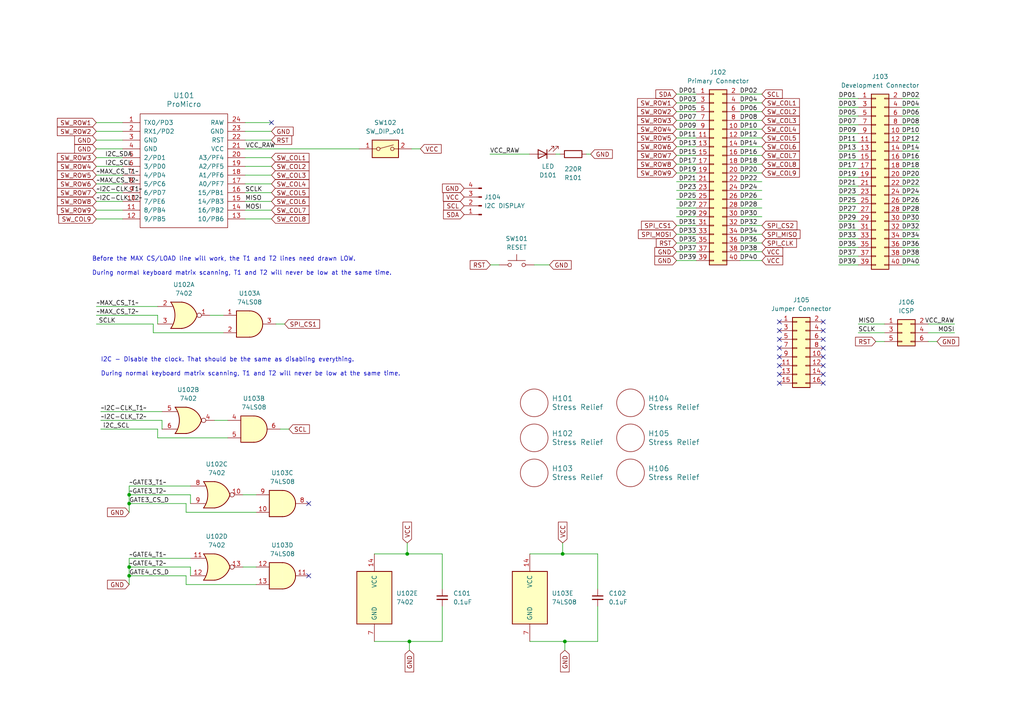
<source format=kicad_sch>
(kicad_sch (version 20230121) (generator eeschema)
  (paper "A4")
  (lib_symbols
    (symbol "74xx:7402" (pin_names (offset 1.016))
      (property "Reference" "U" (at 0 1.27 0))
      (property "Value" "7402" (at 0 -1.27 0))
      (symbol "7402_1_1"
        (pin output inverted (at 7.62 0 180) (length 3.81) (name "~") (number "1"))
        (pin input line (at -7.62 2.54 0) (length 4.318) (name "~") (number "2"))
        (pin input line (at -7.62 -2.54 0) (length 4.318) (name "~") (number "3"))
      )
      (symbol "7402_1_2"
        (pin output line (at 7.62 0 180) (length 3.81) (name "~") (number "1"))
        (pin input inverted (at -7.62 2.54 0) (length 3.81) (name "~") (number "2"))
        (pin input inverted (at -7.62 -2.54 0) (length 3.81) (name "~") (number "3"))
      )
      (symbol "7402_2_1"
        (pin output inverted (at 7.62 0 180) (length 3.81) (name "~") (number "4"))
        (pin input line (at -7.62 2.54 0) (length 4.318) (name "~") (number "5"))
        (pin input line (at -7.62 -2.54 0) (length 4.318) (name "~") (number "6"))
      )
      (symbol "7402_2_2"
        (pin output line (at 7.62 0 180) (length 3.81) (name "~") (number "4"))
        (pin input inverted (at -7.62 2.54 0) (length 3.81) (name "~") (number "5"))
        (pin input inverted (at -7.62 -2.54 0) (length 3.81) (name "~") (number "6"))
      )
      (symbol "7402_3_1"
        (pin output inverted (at 7.62 0 180) (length 3.81) (name "~") (number "10"))
        (pin input line (at -7.62 2.54 0) (length 4.318) (name "~") (number "8"))
        (pin input line (at -7.62 -2.54 0) (length 4.318) (name "~") (number "9"))
      )
      (symbol "7402_3_2"
        (pin output line (at 7.62 0 180) (length 3.81) (name "~") (number "10"))
        (pin input inverted (at -7.62 2.54 0) (length 3.81) (name "~") (number "8"))
        (pin input inverted (at -7.62 -2.54 0) (length 3.81) (name "~") (number "9"))
      )
      (symbol "7402_4_1"
        (pin input line (at -7.62 2.54 0) (length 4.318) (name "~") (number "11"))
        (pin input line (at -7.62 -2.54 0) (length 4.318) (name "~") (number "12"))
        (pin output inverted (at 7.62 0 180) (length 3.81) (name "~") (number "13"))
      )
      (symbol "7402_4_2"
        (pin input inverted (at -7.62 2.54 0) (length 3.81) (name "~") (number "11"))
        (pin input inverted (at -7.62 -2.54 0) (length 3.81) (name "~") (number "12"))
        (pin output line (at 7.62 0 180) (length 3.81) (name "~") (number "13"))
      )
      (symbol "7402_5_0"
        (pin power_in line (at 0 12.7 270) (length 5.08) (name "VCC") (number "14"))
        (pin power_in line (at 0 -12.7 90) (length 5.08) (name "GND") (number "7"))
      )
    )
    (symbol "74xx:74LS08" (pin_names (offset 1.016))
      (property "Reference" "U" (at 0 1.27 0))
      (property "Value" "74LS08" (at 0 -1.27 0))
      (symbol "74LS08_1_1"
        (pin input line (at -7.62 2.54 0) (length 3.81) (name "~") (number "1"))
        (pin input line (at -7.62 -2.54 0) (length 3.81) (name "~") (number "2"))
        (pin output line (at 7.62 0 180) (length 3.81) (name "~") (number "3"))
      )
      (symbol "74LS08_1_2"
        (pin input inverted (at -7.62 2.54 0) (length 4.318) (name "~") (number "1"))
        (pin input inverted (at -7.62 -2.54 0) (length 4.318) (name "~") (number "2"))
        (pin output inverted (at 7.62 0 180) (length 3.81) (name "~") (number "3"))
      )
      (symbol "74LS08_2_1"
        (pin input line (at -7.62 2.54 0) (length 3.81) (name "~") (number "4"))
        (pin input line (at -7.62 -2.54 0) (length 3.81) (name "~") (number "5"))
        (pin output line (at 7.62 0 180) (length 3.81) (name "~") (number "6"))
      )
      (symbol "74LS08_2_2"
        (pin input inverted (at -7.62 2.54 0) (length 4.318) (name "~") (number "4"))
        (pin input inverted (at -7.62 -2.54 0) (length 4.318) (name "~") (number "5"))
        (pin output inverted (at 7.62 0 180) (length 3.81) (name "~") (number "6"))
      )
      (symbol "74LS08_3_1"
        (pin input line (at -7.62 -2.54 0) (length 3.81) (name "~") (number "10"))
        (pin output line (at 7.62 0 180) (length 3.81) (name "~") (number "8"))
        (pin input line (at -7.62 2.54 0) (length 3.81) (name "~") (number "9"))
      )
      (symbol "74LS08_3_2"
        (pin input inverted (at -7.62 -2.54 0) (length 4.318) (name "~") (number "10"))
        (pin output inverted (at 7.62 0 180) (length 3.81) (name "~") (number "8"))
        (pin input inverted (at -7.62 2.54 0) (length 4.318) (name "~") (number "9"))
      )
      (symbol "74LS08_4_1"
        (pin output line (at 7.62 0 180) (length 3.81) (name "~") (number "11"))
        (pin input line (at -7.62 2.54 0) (length 3.81) (name "~") (number "12"))
        (pin input line (at -7.62 -2.54 0) (length 3.81) (name "~") (number "13"))
      )
      (symbol "74LS08_4_2"
        (pin output inverted (at 7.62 0 180) (length 3.81) (name "~") (number "11"))
        (pin input inverted (at -7.62 2.54 0) (length 4.318) (name "~") (number "12"))
        (pin input inverted (at -7.62 -2.54 0) (length 4.318) (name "~") (number "13"))
      )
      (symbol "74LS08_5_0"
        (pin power_in line (at 0 12.7 270) (length 5.08) (name "VCC") (number "14"))
        (pin power_in line (at 0 -12.7 90) (length 5.08) (name "GND") (number "7"))
      )
    )
    (symbol "Connector:Conn_01x04_Male" (pin_names (offset 1.016) hide)
      (property "Reference" "J" (at 0 5.08 0))
      (property "Value" "Conn_01x04_Male" (at 0 -7.62 0))
      (symbol "Conn_01x04_Male_1_1"
        (pin passive line (at 5.08 2.54 180) (length 3.81) (name "Pin_1") (number "1"))
        (pin passive line (at 5.08 0 180) (length 3.81) (name "Pin_2") (number "2"))
        (pin passive line (at 5.08 -2.54 180) (length 3.81) (name "Pin_3") (number "3"))
        (pin passive line (at 5.08 -5.08 180) (length 3.81) (name "Pin_4") (number "4"))
      )
    )
    (symbol "Connector_Generic:Conn_02x03_Odd_Even" (pin_names (offset 1.016) hide)
      (property "Reference" "J" (at 1.27 5.08 0))
      (property "Value" "Conn_02x03_Odd_Even" (at 1.27 -5.08 0))
      (symbol "Conn_02x03_Odd_Even_1_1"
        (pin passive line (at -5.08 2.54 0) (length 3.81) (name "Pin_1") (number "1"))
        (pin passive line (at 7.62 2.54 180) (length 3.81) (name "Pin_2") (number "2"))
        (pin passive line (at -5.08 0 0) (length 3.81) (name "Pin_3") (number "3"))
        (pin passive line (at 7.62 0 180) (length 3.81) (name "Pin_4") (number "4"))
        (pin passive line (at -5.08 -2.54 0) (length 3.81) (name "Pin_5") (number "5"))
        (pin passive line (at 7.62 -2.54 180) (length 3.81) (name "Pin_6") (number "6"))
      )
    )
    (symbol "Connector_Generic:Conn_02x08_Odd_Even" (pin_names (offset 1.016) hide)
      (property "Reference" "J" (at 1.27 10.16 0))
      (property "Value" "Conn_02x08_Odd_Even" (at 1.27 -12.7 0))
      (symbol "Conn_02x08_Odd_Even_1_1"
        (pin passive line (at -5.08 7.62 0) (length 3.81) (name "Pin_1") (number "1"))
        (pin passive line (at 7.62 -2.54 180) (length 3.81) (name "Pin_10") (number "10"))
        (pin passive line (at -5.08 -5.08 0) (length 3.81) (name "Pin_11") (number "11"))
        (pin passive line (at 7.62 -5.08 180) (length 3.81) (name "Pin_12") (number "12"))
        (pin passive line (at -5.08 -7.62 0) (length 3.81) (name "Pin_13") (number "13"))
        (pin passive line (at 7.62 -7.62 180) (length 3.81) (name "Pin_14") (number "14"))
        (pin passive line (at -5.08 -10.16 0) (length 3.81) (name "Pin_15") (number "15"))
        (pin passive line (at 7.62 -10.16 180) (length 3.81) (name "Pin_16") (number "16"))
        (pin passive line (at 7.62 7.62 180) (length 3.81) (name "Pin_2") (number "2"))
        (pin passive line (at -5.08 5.08 0) (length 3.81) (name "Pin_3") (number "3"))
        (pin passive line (at 7.62 5.08 180) (length 3.81) (name "Pin_4") (number "4"))
        (pin passive line (at -5.08 2.54 0) (length 3.81) (name "Pin_5") (number "5"))
        (pin passive line (at 7.62 2.54 180) (length 3.81) (name "Pin_6") (number "6"))
        (pin passive line (at -5.08 0 0) (length 3.81) (name "Pin_7") (number "7"))
        (pin passive line (at 7.62 0 180) (length 3.81) (name "Pin_8") (number "8"))
        (pin passive line (at -5.08 -2.54 0) (length 3.81) (name "Pin_9") (number "9"))
      )
    )
    (symbol "Connector_Generic:Conn_02x20_Odd_Even" (pin_names (offset 1.016) hide)
      (property "Reference" "J" (at 1.27 25.4 0))
      (property "Value" "Conn_02x20_Odd_Even" (at 1.27 -27.94 0))
      (symbol "Conn_02x20_Odd_Even_1_1"
        (pin passive line (at -5.08 22.86 0) (length 3.81) (name "Pin_1") (number "1"))
        (pin passive line (at 7.62 12.7 180) (length 3.81) (name "Pin_10") (number "10"))
        (pin passive line (at -5.08 10.16 0) (length 3.81) (name "Pin_11") (number "11"))
        (pin passive line (at 7.62 10.16 180) (length 3.81) (name "Pin_12") (number "12"))
        (pin passive line (at -5.08 7.62 0) (length 3.81) (name "Pin_13") (number "13"))
        (pin passive line (at 7.62 7.62 180) (length 3.81) (name "Pin_14") (number "14"))
        (pin passive line (at -5.08 5.08 0) (length 3.81) (name "Pin_15") (number "15"))
        (pin passive line (at 7.62 5.08 180) (length 3.81) (name "Pin_16") (number "16"))
        (pin passive line (at -5.08 2.54 0) (length 3.81) (name "Pin_17") (number "17"))
        (pin passive line (at 7.62 2.54 180) (length 3.81) (name "Pin_18") (number "18"))
        (pin passive line (at -5.08 0 0) (length 3.81) (name "Pin_19") (number "19"))
        (pin passive line (at 7.62 22.86 180) (length 3.81) (name "Pin_2") (number "2"))
        (pin passive line (at 7.62 0 180) (length 3.81) (name "Pin_20") (number "20"))
        (pin passive line (at -5.08 -2.54 0) (length 3.81) (name "Pin_21") (number "21"))
        (pin passive line (at 7.62 -2.54 180) (length 3.81) (name "Pin_22") (number "22"))
        (pin passive line (at -5.08 -5.08 0) (length 3.81) (name "Pin_23") (number "23"))
        (pin passive line (at 7.62 -5.08 180) (length 3.81) (name "Pin_24") (number "24"))
        (pin passive line (at -5.08 -7.62 0) (length 3.81) (name "Pin_25") (number "25"))
        (pin passive line (at 7.62 -7.62 180) (length 3.81) (name "Pin_26") (number "26"))
        (pin passive line (at -5.08 -10.16 0) (length 3.81) (name "Pin_27") (number "27"))
        (pin passive line (at 7.62 -10.16 180) (length 3.81) (name "Pin_28") (number "28"))
        (pin passive line (at -5.08 -12.7 0) (length 3.81) (name "Pin_29") (number "29"))
        (pin passive line (at -5.08 20.32 0) (length 3.81) (name "Pin_3") (number "3"))
        (pin passive line (at 7.62 -12.7 180) (length 3.81) (name "Pin_30") (number "30"))
        (pin passive line (at -5.08 -15.24 0) (length 3.81) (name "Pin_31") (number "31"))
        (pin passive line (at 7.62 -15.24 180) (length 3.81) (name "Pin_32") (number "32"))
        (pin passive line (at -5.08 -17.78 0) (length 3.81) (name "Pin_33") (number "33"))
        (pin passive line (at 7.62 -17.78 180) (length 3.81) (name "Pin_34") (number "34"))
        (pin passive line (at -5.08 -20.32 0) (length 3.81) (name "Pin_35") (number "35"))
        (pin passive line (at 7.62 -20.32 180) (length 3.81) (name "Pin_36") (number "36"))
        (pin passive line (at -5.08 -22.86 0) (length 3.81) (name "Pin_37") (number "37"))
        (pin passive line (at 7.62 -22.86 180) (length 3.81) (name "Pin_38") (number "38"))
        (pin passive line (at -5.08 -25.4 0) (length 3.81) (name "Pin_39") (number "39"))
        (pin passive line (at 7.62 20.32 180) (length 3.81) (name "Pin_4") (number "4"))
        (pin passive line (at 7.62 -25.4 180) (length 3.81) (name "Pin_40") (number "40"))
        (pin passive line (at -5.08 17.78 0) (length 3.81) (name "Pin_5") (number "5"))
        (pin passive line (at 7.62 17.78 180) (length 3.81) (name "Pin_6") (number "6"))
        (pin passive line (at -5.08 15.24 0) (length 3.81) (name "Pin_7") (number "7"))
        (pin passive line (at 7.62 15.24 180) (length 3.81) (name "Pin_8") (number "8"))
        (pin passive line (at -5.08 12.7 0) (length 3.81) (name "Pin_9") (number "9"))
      )
    )
    (symbol "Device:C_Small" (pin_numbers hide) (pin_names (offset 0.254) hide)
      (property "Reference" "C" (at 0.254 1.778 0))
      (property "Value" "C_Small" (at 0.254 -2.032 0))
      (symbol "C_Small_1_1"
        (pin passive line (at 0 2.54 270) (length 2.032) (name "~") (number "1"))
        (pin passive line (at 0 -2.54 90) (length 2.032) (name "~") (number "2"))
      )
    )
    (symbol "Device:LED" (pin_numbers hide) (pin_names (offset 1.016) hide)
      (property "Reference" "D" (at 0 2.54 0))
      (property "Value" "LED" (at 0 -2.54 0))
      (symbol "LED_1_1"
        (pin passive line (at -3.81 0 0) (length 2.54) (name "K") (number "1"))
        (pin passive line (at 3.81 0 180) (length 2.54) (name "A") (number "2"))
      )
    )
    (symbol "Device:R" (pin_numbers hide) (pin_names (offset 0))
      (property "Reference" "R" (at 2.032 0 90))
      (property "Value" "R" (at 0 0 90))
      (symbol "R_1_1"
        (pin passive line (at 0 3.81 270) (length 1.27) (name "~") (number "1"))
        (pin passive line (at 0 -3.81 90) (length 1.27) (name "~") (number "2"))
      )
    )
    (symbol "Switch:SW_DIP_x01" (pin_names (offset 0) hide)
      (property "Reference" "SW" (at 0 3.81 0))
      (property "Value" "SW_DIP_x01" (at 0 -3.81 0))
      (symbol "SW_DIP_x01_1_1"
        (pin passive line (at -7.62 0 0) (length 5.08) (name "~") (number "1"))
        (pin passive line (at 7.62 0 180) (length 5.08) (name "~") (number "2"))
      )
    )
    (symbol "Switch:SW_Push" (pin_numbers hide) (pin_names (offset 1.016) hide)
      (property "Reference" "SW" (at 1.27 2.54 0))
      (property "Value" "SW_Push" (at 0 -1.524 0))
      (symbol "SW_Push_0_1"
        (pin passive line (at -5.08 0 0) (length 2.54) (name "1") (number "1"))
        (pin passive line (at 5.08 0 180) (length 2.54) (name "2") (number "2"))
      )
    )
    (symbol "keebio:Hole" (pin_names (offset 1.016))
      (property "Reference" "H" (at 0 -1.27 0))
      (property "Value" "Hole" (at 0 1.27 0))
    )
    (symbol "keebio:ProMicro" (pin_names (offset 1.016))
      (property "Reference" "U" (at 0 0 0))
      (property "Value" "ProMicro" (at 0 -19.05 0))
      (symbol "ProMicro_1_1"
        (pin input line (at -17.78 13.97 0) (length 5.08) (name "TX0/PD3") (number "1"))
        (pin input line (at -17.78 -8.89 0) (length 5.08) (name "7/PE6") (number "10"))
        (pin input line (at -17.78 -11.43 0) (length 5.08) (name "8/PB4") (number "11"))
        (pin input line (at -17.78 -13.97 0) (length 5.08) (name "9/PB5") (number "12"))
        (pin input line (at 17.78 -13.97 180) (length 5.08) (name "10/PB6") (number "13"))
        (pin input line (at 17.78 -11.43 180) (length 5.08) (name "16/PB2") (number "14"))
        (pin input line (at 17.78 -8.89 180) (length 5.08) (name "14/PB3") (number "15"))
        (pin input line (at 17.78 -6.35 180) (length 5.08) (name "15/PB1") (number "16"))
        (pin input line (at 17.78 -3.81 180) (length 5.08) (name "A0/PF7") (number "17"))
        (pin input line (at 17.78 -1.27 180) (length 5.08) (name "A1/PF6") (number "18"))
        (pin input line (at 17.78 1.27 180) (length 5.08) (name "A2/PF5") (number "19"))
        (pin input line (at -17.78 11.43 0) (length 5.08) (name "RX1/PD2") (number "2"))
        (pin input line (at 17.78 3.81 180) (length 5.08) (name "A3/PF4") (number "20"))
        (pin input line (at 17.78 6.35 180) (length 5.08) (name "VCC") (number "21"))
        (pin input line (at 17.78 8.89 180) (length 5.08) (name "RST") (number "22"))
        (pin input line (at 17.78 11.43 180) (length 5.08) (name "GND") (number "23"))
        (pin input line (at 17.78 13.97 180) (length 5.08) (name "RAW") (number "24"))
        (pin input line (at -17.78 8.89 0) (length 5.08) (name "GND") (number "3"))
        (pin input line (at -17.78 6.35 0) (length 5.08) (name "GND") (number "4"))
        (pin input line (at -17.78 3.81 0) (length 5.08) (name "2/PD1") (number "5"))
        (pin input line (at -17.78 1.27 0) (length 5.08) (name "3/PD0") (number "6"))
        (pin input line (at -17.78 -1.27 0) (length 5.08) (name "4/PD4") (number "7"))
        (pin input line (at -17.78 -3.81 0) (length 5.08) (name "5/PC6") (number "8"))
        (pin input line (at -17.78 -6.35 0) (length 5.08) (name "6/PD7") (number "9"))
      )
    )
  )
  (junction (at 37.465 164.465))
  (junction (at 163.195 160.655))
  (junction (at 118.11 160.655))
  (junction (at 37.465 143.51))
  (junction (at 163.83 186.055))
  (junction (at 118.745 186.055))
  (junction (at 37.465 146.05))
  (junction (at 37.465 167.005))
  (no_connect (at 226.06 93.345))
  (no_connect (at 238.76 108.585))
  (no_connect (at 226.06 106.045))
  (no_connect (at 238.76 103.505))
  (no_connect (at 226.06 95.885))
  (no_connect (at 89.535 146.05))
  (no_connect (at 226.06 103.505))
  (no_connect (at 238.76 100.965))
  (no_connect (at 226.06 108.585))
  (no_connect (at 89.535 167.005))
  (no_connect (at 238.76 93.345))
  (no_connect (at 238.76 98.425))
  (no_connect (at 226.06 100.965))
  (no_connect (at 238.76 106.045))
  (no_connect (at 238.76 111.125))
  (no_connect (at 238.76 95.885))
  (no_connect (at 226.06 98.425))
  (no_connect (at 78.74 35.56))
  (no_connect (at 226.06 111.125))
  (wire (pts (xy 37.465 146.05) (xy 53.975 146.05)))
  (wire (pts (xy 261.62 43.815) (xy 266.7 43.815)))
  (wire (pts (xy 142.113 44.704) (xy 153.543 44.704)))
  (wire (pts (xy 214.63 34.925) (xy 220.98 34.925)))
  (wire (pts (xy 37.465 164.465) (xy 55.245 164.465)))
  (wire (pts (xy 261.62 38.735) (xy 266.7 38.735)))
  (wire (pts (xy 196.215 45.085) (xy 201.93 45.085)))
  (wire (pts (xy 261.62 71.755) (xy 266.7 71.755)))
  (wire (pts (xy 261.62 69.215) (xy 266.7 69.215)))
  (wire (pts (xy 196.215 50.165) (xy 201.93 50.165)))
  (wire (pts (xy 27.94 55.88) (xy 35.56 55.88)))
  (wire (pts (xy 261.62 41.275) (xy 266.7 41.275)))
  (wire (pts (xy 53.975 169.545) (xy 74.295 169.545)))
  (wire (pts (xy 214.63 55.245) (xy 220.98 55.245)))
  (wire (pts (xy 196.215 34.925) (xy 201.93 34.925)))
  (wire (pts (xy 243.205 74.295) (xy 248.92 74.295)))
  (wire (pts (xy 71.12 45.72) (xy 78.74 45.72)))
  (wire (pts (xy 60.96 91.44) (xy 64.77 91.44)))
  (wire (pts (xy 196.215 42.545) (xy 201.93 42.545)))
  (wire (pts (xy 29.21 124.46) (xy 45.72 124.46)))
  (wire (pts (xy 37.465 143.51) (xy 55.245 143.51)))
  (wire (pts (xy 214.63 73.025) (xy 220.98 73.025)))
  (wire (pts (xy 243.205 46.355) (xy 248.92 46.355)))
  (wire (pts (xy 128.27 186.055) (xy 118.745 186.055)))
  (wire (pts (xy 62.23 121.92) (xy 66.04 121.92)))
  (wire (pts (xy 71.12 58.42) (xy 78.74 58.42)))
  (wire (pts (xy 71.12 53.34) (xy 78.74 53.34)))
  (wire (pts (xy 214.63 45.085) (xy 220.98 45.085)))
  (wire (pts (xy 27.94 91.44) (xy 45.72 91.44)))
  (wire (pts (xy 80.01 93.98) (xy 82.55 93.98)))
  (wire (pts (xy 71.12 63.5) (xy 78.74 63.5)))
  (wire (pts (xy 46.99 121.92) (xy 46.99 124.46)))
  (wire (pts (xy 27.94 50.8) (xy 35.56 50.8)))
  (wire (pts (xy 196.215 75.565) (xy 201.93 75.565)))
  (wire (pts (xy 70.485 143.51) (xy 74.295 143.51)))
  (wire (pts (xy 243.205 28.575) (xy 248.92 28.575)))
  (wire (pts (xy 71.12 43.18) (xy 104.14 43.18)))
  (wire (pts (xy 37.465 161.925) (xy 55.245 161.925)))
  (wire (pts (xy 27.94 58.42) (xy 35.56 58.42)))
  (wire (pts (xy 118.745 186.055) (xy 108.585 186.055)))
  (wire (pts (xy 243.205 36.195) (xy 248.92 36.195)))
  (wire (pts (xy 214.63 47.625) (xy 220.98 47.625)))
  (wire (pts (xy 261.62 31.115) (xy 266.7 31.115)))
  (wire (pts (xy 53.975 146.05) (xy 53.975 148.59)))
  (wire (pts (xy 243.205 41.275) (xy 248.92 41.275)))
  (wire (pts (xy 269.24 93.98) (xy 276.86 93.98)))
  (wire (pts (xy 214.63 52.705) (xy 220.98 52.705)))
  (wire (pts (xy 163.195 157.48) (xy 163.195 160.655)))
  (wire (pts (xy 161.163 44.704) (xy 162.433 44.704)))
  (wire (pts (xy 261.62 64.135) (xy 266.7 64.135)))
  (wire (pts (xy 214.63 40.005) (xy 220.98 40.005)))
  (wire (pts (xy 27.94 93.98) (xy 44.45 93.98)))
  (wire (pts (xy 214.63 62.865) (xy 220.98 62.865)))
  (wire (pts (xy 173.355 160.655) (xy 173.355 170.815)))
  (wire (pts (xy 163.83 186.055) (xy 163.83 188.595)))
  (wire (pts (xy 243.205 56.515) (xy 248.92 56.515)))
  (wire (pts (xy 261.62 36.195) (xy 266.7 36.195)))
  (wire (pts (xy 214.63 50.165) (xy 220.98 50.165)))
  (wire (pts (xy 27.94 35.56) (xy 35.56 35.56)))
  (wire (pts (xy 196.215 40.005) (xy 201.93 40.005)))
  (wire (pts (xy 173.355 186.055) (xy 163.83 186.055)))
  (wire (pts (xy 243.205 48.895) (xy 248.92 48.895)))
  (wire (pts (xy 196.215 32.385) (xy 201.93 32.385)))
  (wire (pts (xy 196.215 27.305) (xy 201.93 27.305)))
  (wire (pts (xy 27.94 45.72) (xy 35.56 45.72)))
  (wire (pts (xy 214.63 42.545) (xy 220.98 42.545)))
  (wire (pts (xy 71.12 35.56) (xy 78.74 35.56)))
  (wire (pts (xy 214.63 57.785) (xy 220.98 57.785)))
  (wire (pts (xy 173.355 175.895) (xy 173.355 186.055)))
  (wire (pts (xy 214.63 65.405) (xy 220.98 65.405)))
  (wire (pts (xy 37.465 164.465) (xy 37.465 167.005)))
  (wire (pts (xy 70.485 164.465) (xy 74.295 164.465)))
  (wire (pts (xy 27.94 40.64) (xy 35.56 40.64)))
  (wire (pts (xy 37.465 146.05) (xy 37.465 148.59)))
  (wire (pts (xy 248.92 93.98) (xy 256.54 93.98)))
  (wire (pts (xy 71.12 48.26) (xy 78.74 48.26)))
  (wire (pts (xy 196.215 60.325) (xy 201.93 60.325)))
  (wire (pts (xy 243.205 64.135) (xy 248.92 64.135)))
  (wire (pts (xy 214.63 27.305) (xy 220.98 27.305)))
  (wire (pts (xy 128.27 160.655) (xy 128.27 170.815)))
  (wire (pts (xy 261.62 28.575) (xy 266.7 28.575)))
  (wire (pts (xy 243.205 76.835) (xy 248.92 76.835)))
  (wire (pts (xy 153.67 160.655) (xy 163.195 160.655)))
  (wire (pts (xy 71.12 40.64) (xy 78.74 40.64)))
  (wire (pts (xy 243.205 69.215) (xy 248.92 69.215)))
  (wire (pts (xy 45.72 124.46) (xy 45.72 127)))
  (wire (pts (xy 37.465 140.97) (xy 55.245 140.97)))
  (wire (pts (xy 243.205 61.595) (xy 248.92 61.595)))
  (wire (pts (xy 196.215 62.865) (xy 201.93 62.865)))
  (wire (pts (xy 214.63 37.465) (xy 220.98 37.465)))
  (wire (pts (xy 37.465 140.97) (xy 37.465 143.51)))
  (wire (pts (xy 71.12 55.88) (xy 78.74 55.88)))
  (wire (pts (xy 27.94 53.34) (xy 35.56 53.34)))
  (wire (pts (xy 261.62 76.835) (xy 266.7 76.835)))
  (wire (pts (xy 45.72 127) (xy 66.04 127)))
  (wire (pts (xy 261.62 56.515) (xy 266.7 56.515)))
  (wire (pts (xy 142.24 76.835) (xy 144.78 76.835)))
  (wire (pts (xy 243.205 66.675) (xy 248.92 66.675)))
  (wire (pts (xy 27.94 43.18) (xy 35.56 43.18)))
  (wire (pts (xy 27.94 60.96) (xy 35.56 60.96)))
  (wire (pts (xy 53.975 148.59) (xy 74.295 148.59)))
  (wire (pts (xy 55.245 143.51) (xy 55.245 146.05)))
  (wire (pts (xy 196.215 57.785) (xy 201.93 57.785)))
  (wire (pts (xy 196.215 65.405) (xy 201.93 65.405)))
  (wire (pts (xy 71.12 60.96) (xy 78.74 60.96)))
  (wire (pts (xy 37.465 161.925) (xy 37.465 164.465)))
  (wire (pts (xy 29.21 119.38) (xy 46.99 119.38)))
  (wire (pts (xy 81.28 124.46) (xy 83.82 124.46)))
  (wire (pts (xy 196.215 67.945) (xy 201.93 67.945)))
  (wire (pts (xy 55.245 164.465) (xy 55.245 167.005)))
  (wire (pts (xy 261.62 59.055) (xy 266.7 59.055)))
  (wire (pts (xy 44.45 93.98) (xy 44.45 96.52)))
  (wire (pts (xy 261.62 61.595) (xy 266.7 61.595)))
  (wire (pts (xy 44.45 96.52) (xy 64.77 96.52)))
  (wire (pts (xy 37.465 143.51) (xy 37.465 146.05)))
  (wire (pts (xy 163.195 160.655) (xy 173.355 160.655)))
  (wire (pts (xy 243.205 71.755) (xy 248.92 71.755)))
  (wire (pts (xy 196.215 70.485) (xy 201.93 70.485)))
  (wire (pts (xy 108.585 160.655) (xy 118.11 160.655)))
  (wire (pts (xy 154.94 76.835) (xy 159.385 76.835)))
  (wire (pts (xy 45.72 91.44) (xy 45.72 93.98)))
  (wire (pts (xy 163.83 186.055) (xy 153.67 186.055)))
  (wire (pts (xy 214.63 29.845) (xy 220.98 29.845)))
  (wire (pts (xy 243.205 33.655) (xy 248.92 33.655)))
  (wire (pts (xy 27.94 48.26) (xy 35.56 48.26)))
  (wire (pts (xy 243.205 53.975) (xy 248.92 53.975)))
  (wire (pts (xy 196.215 73.025) (xy 201.93 73.025)))
  (wire (pts (xy 118.11 157.48) (xy 118.11 160.655)))
  (wire (pts (xy 243.205 43.815) (xy 248.92 43.815)))
  (wire (pts (xy 214.63 70.485) (xy 220.98 70.485)))
  (wire (pts (xy 261.62 53.975) (xy 266.7 53.975)))
  (wire (pts (xy 243.205 51.435) (xy 248.92 51.435)))
  (wire (pts (xy 261.62 74.295) (xy 266.7 74.295)))
  (wire (pts (xy 119.38 43.18) (xy 121.92 43.18)))
  (wire (pts (xy 261.62 33.655) (xy 266.7 33.655)))
  (wire (pts (xy 27.94 88.9) (xy 45.72 88.9)))
  (wire (pts (xy 53.975 167.005) (xy 53.975 169.545)))
  (wire (pts (xy 196.215 47.625) (xy 201.93 47.625)))
  (wire (pts (xy 248.92 96.52) (xy 256.54 96.52)))
  (wire (pts (xy 214.63 75.565) (xy 220.98 75.565)))
  (wire (pts (xy 269.24 99.06) (xy 271.78 99.06)))
  (wire (pts (xy 261.62 46.355) (xy 266.7 46.355)))
  (wire (pts (xy 118.745 186.055) (xy 118.745 188.595)))
  (wire (pts (xy 243.205 31.115) (xy 248.92 31.115)))
  (wire (pts (xy 71.12 50.8) (xy 78.74 50.8)))
  (wire (pts (xy 254 99.06) (xy 256.54 99.06)))
  (wire (pts (xy 214.63 67.945) (xy 220.98 67.945)))
  (wire (pts (xy 243.205 59.055) (xy 248.92 59.055)))
  (wire (pts (xy 37.465 167.005) (xy 53.975 167.005)))
  (wire (pts (xy 269.24 96.52) (xy 276.86 96.52)))
  (wire (pts (xy 261.62 66.675) (xy 266.7 66.675)))
  (wire (pts (xy 37.465 167.005) (xy 37.465 169.545)))
  (wire (pts (xy 118.11 160.655) (xy 128.27 160.655)))
  (wire (pts (xy 27.94 38.1) (xy 35.56 38.1)))
  (wire (pts (xy 196.215 55.245) (xy 201.93 55.245)))
  (wire (pts (xy 261.62 48.895) (xy 266.7 48.895)))
  (wire (pts (xy 214.63 60.325) (xy 220.98 60.325)))
  (wire (pts (xy 29.21 121.92) (xy 46.99 121.92)))
  (wire (pts (xy 243.205 38.735) (xy 248.92 38.735)))
  (wire (pts (xy 128.27 175.895) (xy 128.27 186.055)))
  (wire (pts (xy 214.63 32.385) (xy 220.98 32.385)))
  (wire (pts (xy 196.215 52.705) (xy 201.93 52.705)))
  (wire (pts (xy 71.12 38.1) (xy 78.74 38.1)))
  (wire (pts (xy 196.215 37.465) (xy 201.93 37.465)))
  (wire (pts (xy 27.94 63.5) (xy 35.56 63.5)))
  (wire (pts (xy 170.053 44.704) (xy 171.323 44.704)))
  (wire (pts (xy 196.215 29.845) (xy 201.93 29.845)))
  (wire (pts (xy 261.62 51.435) (xy 266.7 51.435)))
  (text "I2C - Disable the clock. That should be the same as disabling everything.\n\nDuring normal keyboard matrix scanning, T1 and T2 will never be low at the same time.\n" (at 29.21 109.22 0) (effects (font (size 1.27 1.27)) (justify left bottom)))
  (text "Before the MAX CS/LOAD line will work, the T1 and T2 lines need drawn LOW.\n\nDuring normal keyboard matrix scanning, T1 and T2 will never be low at the same time.\n" (at 26.67 80.01 0) (effects (font (size 1.27 1.27)) (justify left bottom)))
  (label "DP36" (at 266.7 71.755 180))
  (label "DP27" (at 196.85 60.325 0))
  (label "DP29" (at 243.205 64.135 0))
  (label "~GATE3_T1~" (at 37.465 140.97 0))
  (label "DP12" (at 219.71 40.005 180))
  (label "DP14" (at 219.71 42.545 180))
  (label "DP21" (at 196.85 52.705 0))
  (label "DP28" (at 219.71 60.325 180))
  (label "DP30" (at 266.7 64.135 180))
  (label "DP03" (at 243.205 31.115 0))
  (label "DP39" (at 243.205 76.835 0))
  (label "DP11" (at 243.205 41.275 0))
  (label "VCC_RAW" (at 276.86 93.98 180))
  (label "~I2C-CLK_T2~" (at 29.21 121.92 0))
  (label "DP31" (at 243.205 66.675 0))
  (label "DP28" (at 266.7 61.595 180))
  (label "DP06" (at 266.7 33.655 180))
  (label "DP22" (at 266.7 53.975 180))
  (label "DP04" (at 219.71 29.845 180))
  (label "VCC_RAW" (at 71.247 43.18 0))
  (label "DP29" (at 196.85 62.865 0))
  (label "DP32" (at 219.71 65.405 180))
  (label "DP22" (at 219.71 52.705 180))
  (label "DP17" (at 196.85 47.625 0))
  (label "DP09" (at 243.205 38.735 0))
  (label "SCLK" (at 28.575 93.98 0))
  (label "DP12" (at 266.7 41.275 180))
  (label "DP36" (at 219.71 70.485 180))
  (label "~MAX_CS_T1~" (at 27.94 50.8 0))
  (label "DP01" (at 196.85 27.305 0))
  (label "DP26" (at 219.71 57.785 180))
  (label "DP19" (at 196.85 50.165 0))
  (label "DP23" (at 196.85 55.245 0))
  (label "DP25" (at 196.85 57.785 0))
  (label "MISO" (at 71.12 58.42 0))
  (label "DP38" (at 266.7 74.295 180))
  (label "DP38" (at 219.71 73.025 180))
  (label "DP27" (at 243.205 61.595 0))
  (label "DP40" (at 266.7 76.835 180))
  (label "SCLK" (at 71.12 55.88 0))
  (label "DP10" (at 266.7 38.735 180))
  (label "~I2C-CLK_T2~" (at 27.94 58.42 0))
  (label "~MAX_CS_T2~" (at 27.94 91.44 0))
  (label "DP39" (at 196.85 75.565 0))
  (label "DP34" (at 219.71 67.945 180))
  (label "DP14" (at 266.7 43.815 180))
  (label "~GATE4_T2~" (at 37.465 164.465 0))
  (label "DP35" (at 196.85 70.485 0))
  (label "~MAX_CS_T1~" (at 27.94 88.9 0))
  (label "GATE4_CS_D" (at 37.465 167.005 0))
  (label "DP13" (at 196.85 42.545 0))
  (label "I2C_SCL" (at 30.48 48.26 0))
  (label "~GATE3_T2~" (at 37.465 143.51 0))
  (label "DP06" (at 219.71 32.385 180))
  (label "DP07" (at 196.85 34.925 0))
  (label "DP04" (at 266.7 31.115 180))
  (label "~I2C-CLK_T1~" (at 29.21 119.38 0))
  (label "DP20" (at 266.7 51.435 180))
  (label "DP01" (at 243.205 28.575 0))
  (label "MOSI" (at 276.86 96.52 180))
  (label "DP08" (at 266.7 36.195 180))
  (label "DP21" (at 243.205 53.975 0))
  (label "GATE3_CS_D" (at 37.465 146.05 0))
  (label "DP15" (at 243.205 46.355 0))
  (label "i2C_SCL" (at 29.845 124.46 0))
  (label "VCC_RAW" (at 142.113 44.704 0))
  (label "DP07" (at 243.205 36.195 0))
  (label "DP13" (at 243.205 43.815 0))
  (label "DP18" (at 266.7 48.895 180))
  (label "DP34" (at 266.7 69.215 180))
  (label "DP20" (at 219.71 50.165 180))
  (label "DP18" (at 219.71 47.625 180))
  (label "~GATE4_T1~" (at 37.465 161.925 0))
  (label "DP02" (at 219.71 27.305 180))
  (label "DP05" (at 196.85 32.385 0))
  (label "DP30" (at 219.71 62.865 180))
  (label "DP40" (at 219.71 75.565 180))
  (label "DP05" (at 243.205 33.655 0))
  (label "DP03" (at 196.85 29.845 0))
  (label "DP37" (at 243.205 74.295 0))
  (label "DP32" (at 266.7 66.675 180))
  (label "DP24" (at 266.7 56.515 180))
  (label "DP16" (at 266.7 46.355 180))
  (label "MISO" (at 248.92 93.98 0))
  (label "DP23" (at 243.205 56.515 0))
  (label "DP17" (at 243.205 48.895 0))
  (label "DP08" (at 219.71 34.925 180))
  (label "DP15" (at 196.85 45.085 0))
  (label "I2C_SDA" (at 30.48 45.72 0))
  (label "DP35" (at 243.205 71.755 0))
  (label "~I2C-CLK_T1~" (at 27.94 55.88 0))
  (label "DP33" (at 196.85 67.945 0))
  (label "DP24" (at 219.71 55.245 180))
  (label "DP33" (at 243.205 69.215 0))
  (label "DP11" (at 196.85 40.005 0))
  (label "DP25" (at 243.205 59.055 0))
  (label "MOSI" (at 71.12 60.96 0))
  (label "DP09" (at 196.85 37.465 0))
  (label "SCLK" (at 248.92 96.52 0))
  (label "DP10" (at 219.71 37.465 180))
  (label "DP19" (at 243.205 51.435 0))
  (label "DP16" (at 219.71 45.085 180))
  (label "DP26" (at 266.7 59.055 180))
  (label "DP02" (at 266.7 28.575 180))
  (label "~MAX_CS_T2~" (at 27.94 53.34 0))
  (label "DP31" (at 196.85 65.405 0))
  (label "DP37" (at 196.85 73.025 0))
  (global_label "SW_ROW5" (shape input) (at 27.94 50.8 180) (property "Intersheetrefs" "${INTERSHEET_REFS}" (effects hide)))
  (global_label "SW_COL2" (shape input) (at 220.98 32.385 0) (property "Intersheetrefs" "${INTERSHEET_REFS}" (effects hide)))
  (global_label "SW_ROW8" (shape input) (at 27.94 58.42 180) (property "Intersheetrefs" "${INTERSHEET_REFS}" (effects hide)))
  (global_label "SW_ROW1" (shape input) (at 196.215 29.845 180) (property "Intersheetrefs" "${INTERSHEET_REFS}" (effects hide)))
  (global_label "SW_ROW9" (shape input) (at 196.215 50.165 180) (property "Intersheetrefs" "${INTERSHEET_REFS}" (effects hide)))
  (global_label "SW_ROW6" (shape input) (at 196.215 42.545 180) (property "Intersheetrefs" "${INTERSHEET_REFS}" (effects hide)))
  (global_label "SCL" (shape input) (at 83.82 124.46 0) (property "Intersheetrefs" "${INTERSHEET_REFS}" (effects hide)))
  (global_label "GND" (shape input) (at 271.78 99.06 0) (property "Intersheetrefs" "${INTERSHEET_REFS}" (effects hide)))
  (global_label "GND" (shape input) (at 27.94 40.64 180) (property "Intersheetrefs" "${INTERSHEET_REFS}" (effects hide)))
  (global_label "SCL" (shape input) (at 220.98 27.305 0) (property "Intersheetrefs" "${INTERSHEET_REFS}" (effects hide)))
  (global_label "SW_ROW7" (shape input) (at 27.94 55.88 180) (property "Intersheetrefs" "${INTERSHEET_REFS}" (effects hide)))
  (global_label "GND" (shape input) (at 134.62 54.61 180) (property "Intersheetrefs" "${INTERSHEET_REFS}" (effects hide)))
  (global_label "SDA" (shape input) (at 196.215 27.305 180) (property "Intersheetrefs" "${INTERSHEET_REFS}" (effects hide)))
  (global_label "SPI_CS1" (shape input) (at 196.215 65.405 180) (property "Intersheetrefs" "${INTERSHEET_REFS}" (effects hide)))
  (global_label "GND" (shape input) (at 37.465 169.545 180) (property "Intersheetrefs" "${INTERSHEET_REFS}" (effects hide)))
  (global_label "SCL" (shape input) (at 134.62 59.69 180) (property "Intersheetrefs" "${INTERSHEET_REFS}" (effects hide)))
  (global_label "SW_COL9" (shape input) (at 27.94 63.5 180) (property "Intersheetrefs" "${INTERSHEET_REFS}" (effects hide)))
  (global_label "VCC" (shape input) (at 121.92 43.18 0) (property "Intersheetrefs" "${INTERSHEET_REFS}" (effects hide)))
  (global_label "SW_COL6" (shape input) (at 220.98 42.545 0) (property "Intersheetrefs" "${INTERSHEET_REFS}" (effects hide)))
  (global_label "SPI_MOSI" (shape input) (at 196.215 67.945 180) (property "Intersheetrefs" "${INTERSHEET_REFS}" (effects hide)))
  (global_label "SW_ROW1" (shape input) (at 27.94 35.56 180) (property "Intersheetrefs" "${INTERSHEET_REFS}" (effects hide)))
  (global_label "SW_ROW7" (shape input) (at 196.215 45.085 180) (property "Intersheetrefs" "${INTERSHEET_REFS}" (effects hide)))
  (global_label "SW_ROW6" (shape input) (at 27.94 53.34 180) (property "Intersheetrefs" "${INTERSHEET_REFS}" (effects hide)))
  (global_label "SW_COL4" (shape input) (at 78.74 53.34 0) (property "Intersheetrefs" "${INTERSHEET_REFS}" (effects hide)))
  (global_label "SW_ROW4" (shape input) (at 27.94 48.26 180) (property "Intersheetrefs" "${INTERSHEET_REFS}" (effects hide)))
  (global_label "SW_ROW9" (shape input) (at 27.94 60.96 180) (property "Intersheetrefs" "${INTERSHEET_REFS}" (effects hide)))
  (global_label "VCC" (shape input) (at 220.98 75.565 0) (property "Intersheetrefs" "${INTERSHEET_REFS}" (effects hide)))
  (global_label "GND" (shape input) (at 118.745 188.595 270) (property "Intersheetrefs" "${INTERSHEET_REFS}" (effects hide)))
  (global_label "SW_COL6" (shape input) (at 78.74 58.42 0) (property "Intersheetrefs" "${INTERSHEET_REFS}" (effects hide)))
  (global_label "SW_COL3" (shape input) (at 220.98 34.925 0) (property "Intersheetrefs" "${INTERSHEET_REFS}" (effects hide)))
  (global_label "SW_COL1" (shape input) (at 220.98 29.845 0) (property "Intersheetrefs" "${INTERSHEET_REFS}" (effects hide)))
  (global_label "SPI_CS2" (shape input) (at 220.98 65.405 0) (property "Intersheetrefs" "${INTERSHEET_REFS}" (effects hide)))
  (global_label "SW_ROW3" (shape input) (at 196.215 34.925 180) (property "Intersheetrefs" "${INTERSHEET_REFS}" (effects hide)))
  (global_label "GND" (shape input) (at 196.215 73.025 180) (property "Intersheetrefs" "${INTERSHEET_REFS}" (effects hide)))
  (global_label "SW_ROW4" (shape input) (at 196.215 37.465 180) (property "Intersheetrefs" "${INTERSHEET_REFS}" (effects hide)))
  (global_label "VCC" (shape input) (at 220.98 73.025 0) (property "Intersheetrefs" "${INTERSHEET_REFS}" (effects hide)))
  (global_label "SW_COL7" (shape input) (at 78.74 60.96 0) (property "Intersheetrefs" "${INTERSHEET_REFS}" (effects hide)))
  (global_label "SW_COL5" (shape input) (at 220.98 40.005 0) (property "Intersheetrefs" "${INTERSHEET_REFS}" (effects hide)))
  (global_label "GND" (shape input) (at 163.83 188.595 270) (property "Intersheetrefs" "${INTERSHEET_REFS}" (effects hide)))
  (global_label "SW_COL2" (shape input) (at 78.74 48.26 0) (property "Intersheetrefs" "${INTERSHEET_REFS}" (effects hide)))
  (global_label "SW_ROW3" (shape input) (at 27.94 45.72 180) (property "Intersheetrefs" "${INTERSHEET_REFS}" (effects hide)))
  (global_label "RST" (shape input) (at 254 99.06 180) (property "Intersheetrefs" "${INTERSHEET_REFS}" (effects hide)))
  (global_label "SW_COL4" (shape input) (at 220.98 37.465 0) (property "Intersheetrefs" "${INTERSHEET_REFS}" (effects hide)))
  (global_label "VCC" (shape input) (at 134.62 57.15 180) (property "Intersheetrefs" "${INTERSHEET_REFS}" (effects hide)))
  (global_label "SW_ROW5" (shape input) (at 196.215 40.005 180) (property "Intersheetrefs" "${INTERSHEET_REFS}" (effects hide)))
  (global_label "VCC" (shape input) (at 118.11 157.48 90) (property "Intersheetrefs" "${INTERSHEET_REFS}" (effects hide)))
  (global_label "SW_ROW2" (shape input) (at 196.215 32.385 180) (property "Intersheetrefs" "${INTERSHEET_REFS}" (effects hide)))
  (global_label "SW_COL7" (shape input) (at 220.98 45.085 0) (property "Intersheetrefs" "${INTERSHEET_REFS}" (effects hide)))
  (global_label "RST" (shape input) (at 142.24 76.835 180) (property "Intersheetrefs" "${INTERSHEET_REFS}" (effects hide)))
  (global_label "SW_ROW2" (shape input) (at 27.94 38.1 180) (property "Intersheetrefs" "${INTERSHEET_REFS}" (effects hide)))
  (global_label "VCC" (shape input) (at 163.195 157.48 90) (property "Intersheetrefs" "${INTERSHEET_REFS}" (effects hide)))
  (global_label "SW_COL3" (shape input) (at 78.74 50.8 0) (property "Intersheetrefs" "${INTERSHEET_REFS}" (effects hide)))
  (global_label "SPI_CS1" (shape input) (at 82.55 93.98 0) (property "Intersheetrefs" "${INTERSHEET_REFS}" (effects hide)))
  (global_label "SW_COL1" (shape input) (at 78.74 45.72 0) (property "Intersheetrefs" "${INTERSHEET_REFS}" (effects hide)))
  (global_label "GND" (shape input) (at 27.94 43.18 180) (property "Intersheetrefs" "${INTERSHEET_REFS}" (effects hide)))
  (global_label "SDA" (shape input) (at 134.62 62.23 180) (property "Intersheetrefs" "${INTERSHEET_REFS}" (effects hide)))
  (global_label "GND" (shape input) (at 78.74 38.1 0) (property "Intersheetrefs" "${INTERSHEET_REFS}" (effects hide)))
  (global_label "GND" (shape input) (at 196.215 75.565 180) (property "Intersheetrefs" "${INTERSHEET_REFS}" (effects hide)))
  (global_label "SW_COL9" (shape input) (at 220.98 50.165 0) (property "Intersheetrefs" "${INTERSHEET_REFS}" (effects hide)))
  (global_label "GND" (shape input) (at 159.385 76.835 0) (property "Intersheetrefs" "${INTERSHEET_REFS}" (effects hide)))
  (global_label "SW_ROW8" (shape input) (at 196.215 47.625 180) (property "Intersheetrefs" "${INTERSHEET_REFS}" (effects hide)))
  (global_label "SW_COL5" (shape input) (at 78.74 55.88 0) (property "Intersheetrefs" "${INTERSHEET_REFS}" (effects hide)))
  (global_label "GND" (shape input) (at 171.323 44.704 0) (property "Intersheetrefs" "${INTERSHEET_REFS}" (effects hide)))
  (global_label "RST" (shape input) (at 196.215 70.485 180) (property "Intersheetrefs" "${INTERSHEET_REFS}" (effects hide)))
  (global_label "SPI_CLK" (shape input) (at 220.98 70.485 0) (property "Intersheetrefs" "${INTERSHEET_REFS}" (effects hide)))
  (global_label "GND" (shape input) (at 37.465 148.59 180) (property "Intersheetrefs" "${INTERSHEET_REFS}" (effects hide)))
  (global_label "RST" (shape input) (at 78.74 40.64 0) (property "Intersheetrefs" "${INTERSHEET_REFS}" (effects hide)))
  (global_label "SW_COL8" (shape input) (at 220.98 47.625 0) (property "Intersheetrefs" "${INTERSHEET_REFS}" (effects hide)))
  (global_label "SW_COL8" (shape input) (at 78.74 63.5 0) (property "Intersheetrefs" "${INTERSHEET_REFS}" (effects hide)))
  (global_label "SPI_MISO" (shape input) (at 220.98 67.945 0) (property "Intersheetrefs" "${INTERSHEET_REFS}" (effects hide)))
  (symbol (lib_id "Switch:SW_DIP_x01") (at 111.76 43.18 0) (unit 1)
    (property "Reference" "SW102" (at 111.76 35.56 0))
    (property "Value" "SW_DIP_x01" (at 111.76 38.1 0))
    (property "Footprint" "Button_Switch_THT:SW_DIP_SPSTx01_Slide_9.78x4.72mm_W7.62mm_P2.54mm" (effects hide))
  )
  (symbol (lib_id "keebio:Hole") (at 154.94 127 0) (unit 1)
    (property "Reference" "H102" (at 160.02 125.73 0) (effects (font (size 1.524 1.524)) (justify left)))
    (property "Value" "Stress Relief" (at 160.02 128.27 0) (effects (font (size 1.524 1.524)) (justify left)))
    (property "Footprint" "MountingHole:MountingHole_2.7mm" (effects hide))
  )
  (symbol (lib_id "74xx:74LS08") (at 153.67 173.355 0) (unit 5)
    (property "Reference" "U103" (at 160.02 172.085 0) (effects (justify left)))
    (property "Value" "74LS08" (at 160.02 174.625 0) (effects (justify left)))
    (property "Footprint" "Package_DIP:DIP-14_W7.62mm_Socket" (effects hide))
    (property "Datasheet" "http://www.ti.com/lit/gpn/sn74LS08" (effects hide))
  )
  (symbol (lib_id "keebio:Hole") (at 182.88 127 0) (unit 1)
    (property "Reference" "H105" (at 187.96 125.73 0) (effects (font (size 1.524 1.524)) (justify left)))
    (property "Value" "Stress Relief" (at 187.96 128.27 0) (effects (font (size 1.524 1.524)) (justify left)))
    (property "Footprint" "MountingHole:MountingHole_2.7mm" (effects hide))
  )
  (symbol (lib_id "74xx:74LS08") (at 81.915 146.05 0) (unit 3)
    (property "Reference" "U103" (at 81.9067 137.16 0))
    (property "Value" "74LS08" (at 81.9067 139.7 0))
    (property "Footprint" "Package_DIP:DIP-14_W7.62mm_Socket" (effects hide))
    (property "Datasheet" "http://www.ti.com/lit/gpn/sn74LS08" (effects hide))
  )
  (symbol (lib_id "Connector_Generic:Conn_02x08_Odd_Even") (at 231.14 100.965 0) (unit 1)
    (property "Reference" "J105" (at 232.41 86.995 0))
    (property "Value" "Jumper Connector" (at 232.41 89.535 0))
    (property "Footprint" "Connector_PinHeader_2.54mm:PinHeader_2x08_P2.54mm_Vertical" (effects hide))
  )
  (symbol (lib_id "keebio:Hole") (at 182.88 116.84 0) (unit 1)
    (property "Reference" "H104" (at 187.96 115.57 0) (effects (font (size 1.524 1.524)) (justify left)))
    (property "Value" "Stress Relief" (at 187.96 118.11 0) (effects (font (size 1.524 1.524)) (justify left)))
    (property "Footprint" "MountingHole:MountingHole_2.7mm" (effects hide))
  )
  (symbol (lib_id "Device:LED") (at 157.353 44.704 180) (unit 1)
    (property "Reference" "D101" (at 158.9405 50.8 0))
    (property "Value" "LED" (at 158.9405 48.26 0))
    (property "Footprint" "LED_THT:LED_D3.0mm" (effects hide))
  )
  (symbol (lib_id "74xx:7402") (at 108.585 173.355 0) (unit 5)
    (property "Reference" "U102" (at 114.935 172.085 0) (effects (justify left)))
    (property "Value" "7402" (at 114.935 174.625 0) (effects (justify left)))
    (property "Footprint" "Package_DIP:DIP-14_W7.62mm_Socket" (effects hide))
    (property "Datasheet" "http://www.ti.com/lit/gpn/sn7402" (effects hide))
  )
  (symbol (lib_id "Device:C_Small") (at 173.355 173.355 0) (unit 1)
    (property "Reference" "C102" (at 176.53 172.0913 0) (effects (justify left)))
    (property "Value" "0.1uF" (at 176.53 174.6313 0) (effects (justify left)))
    (property "Footprint" "Capacitor_THT:C_Axial_L3.8mm_D2.6mm_P7.50mm_Horizontal" (effects hide))
  )
  (symbol (lib_id "74xx:7402") (at 53.34 91.44 0) (unit 1)
    (property "Reference" "U102" (at 53.34 82.55 0))
    (property "Value" "7402" (at 53.34 85.09 0))
    (property "Footprint" "Package_DIP:DIP-14_W7.62mm_Socket" (effects hide))
    (property "Datasheet" "http://www.ti.com/lit/gpn/sn7402" (effects hide))
  )
  (symbol (lib_id "74xx:74LS08") (at 72.39 93.98 0) (unit 1)
    (property "Reference" "U103" (at 72.3817 85.09 0))
    (property "Value" "74LS08" (at 72.3817 87.63 0))
    (property "Footprint" "Package_DIP:DIP-14_W7.62mm_Socket" (effects hide))
    (property "Datasheet" "http://www.ti.com/lit/gpn/sn74LS08" (effects hide))
  )
  (symbol (lib_id "Device:R") (at 166.243 44.704 270) (unit 1)
    (property "Reference" "R101" (at 166.243 51.562 90))
    (property "Value" "220R" (at 166.243 49.022 90))
    (property "Footprint" "keebio:Resistor-Hybrid" (effects hide))
  )
  (symbol (lib_id "74xx:74LS08") (at 81.915 167.005 0) (unit 4)
    (property "Reference" "U103" (at 81.9067 158.115 0))
    (property "Value" "74LS08" (at 81.9067 160.655 0))
    (property "Footprint" "Package_DIP:DIP-14_W7.62mm_Socket" (effects hide))
    (property "Datasheet" "http://www.ti.com/lit/gpn/sn74LS08" (effects hide))
  )
  (symbol (lib_id "keebio:Hole") (at 154.94 116.84 0) (unit 1)
    (property "Reference" "H101" (at 160.02 115.57 0) (effects (font (size 1.524 1.524)) (justify left)))
    (property "Value" "Stress Relief" (at 160.02 118.11 0) (effects (font (size 1.524 1.524)) (justify left)))
    (property "Footprint" "MountingHole:MountingHole_2.7mm" (effects hide))
  )
  (symbol (lib_id "keebio:ProMicro") (at 53.34 49.53 0) (unit 1)
    (property "Reference" "U101" (at 53.34 27.686 0) (effects (font (size 1.524 1.524))))
    (property "Value" "ProMicro" (at 53.34 30.226 0) (effects (font (size 1.524 1.524))))
    (property "Footprint" "promicro:ProMicro" (effects hide))
  )
  (symbol (lib_id "keebio:Hole") (at 154.94 137.16 0) (unit 1)
    (property "Reference" "H103" (at 160.02 135.89 0) (effects (font (size 1.524 1.524)) (justify left)))
    (property "Value" "Stress Relief" (at 160.02 138.43 0) (effects (font (size 1.524 1.524)) (justify left)))
    (property "Footprint" "MountingHole:MountingHole_2.7mm" (effects hide))
  )
  (symbol (lib_id "Connector:Conn_01x04_Male") (at 139.7 59.69 180) (unit 1)
    (property "Reference" "J104" (at 140.462 57.1499 0) (effects (justify right)))
    (property "Value" "I2C DISPLAY" (at 140.462 59.6899 0) (effects (justify right)))
    (property "Footprint" "Connector_PinHeader_2.54mm:PinHeader_1x04_P2.54mm_Horizontal" (effects hide))
  )
  (symbol (lib_id "74xx:7402") (at 62.865 164.465 0) (unit 4)
    (property "Reference" "U102" (at 62.865 155.575 0))
    (property "Value" "7402" (at 62.865 158.115 0))
    (property "Footprint" "Package_DIP:DIP-14_W7.62mm_Socket" (effects hide))
    (property "Datasheet" "http://www.ti.com/lit/gpn/sn7402" (effects hide))
  )
  (symbol (lib_id "Device:C_Small") (at 128.27 173.355 0) (unit 1)
    (property "Reference" "C101" (at 131.445 172.0913 0) (effects (justify left)))
    (property "Value" "0.1uF" (at 131.445 174.6313 0) (effects (justify left)))
    (property "Footprint" "Capacitor_THT:C_Axial_L3.8mm_D2.6mm_P7.50mm_Horizontal" (effects hide))
  )
  (symbol (lib_id "74xx:7402") (at 62.865 143.51 0) (unit 3)
    (property "Reference" "U102" (at 62.865 134.62 0))
    (property "Value" "7402" (at 62.865 137.16 0))
    (property "Footprint" "Package_DIP:DIP-14_W7.62mm_Socket" (effects hide))
    (property "Datasheet" "http://www.ti.com/lit/gpn/sn7402" (effects hide))
  )
  (symbol (lib_id "74xx:74LS08") (at 73.66 124.46 0) (unit 2)
    (property "Reference" "U103" (at 73.6517 115.57 0))
    (property "Value" "74LS08" (at 73.6517 118.11 0))
    (property "Footprint" "Package_DIP:DIP-14_W7.62mm_Socket" (effects hide))
    (property "Datasheet" "http://www.ti.com/lit/gpn/sn74LS08" (effects hide))
  )
  (symbol (lib_id "keebio:Hole") (at 182.88 137.16 0) (unit 1)
    (property "Reference" "H106" (at 187.96 135.89 0) (effects (font (size 1.524 1.524)) (justify left)))
    (property "Value" "Stress Relief" (at 187.96 138.43 0) (effects (font (size 1.524 1.524)) (justify left)))
    (property "Footprint" "MountingHole:MountingHole_2.7mm" (effects hide))
  )
  (symbol (lib_id "Connector_Generic:Conn_02x20_Odd_Even") (at 207.01 50.165 0) (unit 1)
    (property "Reference" "J102" (at 208.28 20.955 0))
    (property "Value" "Primary Connector" (at 208.28 23.495 0))
    (property "Footprint" "Connector_PinHeader_2.54mm:PinHeader_2x20_P2.54mm_Vertical" (effects hide))
  )
  (symbol (lib_id "Switch:SW_Push") (at 149.86 76.835 0) (unit 1)
    (property "Reference" "SW101" (at 149.86 69.215 0))
    (property "Value" "RESET" (at 149.86 71.755 0))
    (property "Footprint" "Button_Switch_THT:SW_PUSH_6mm" (effects hide))
  )
  (symbol (lib_id "Connector_Generic:Conn_02x03_Odd_Even") (at 261.62 96.52 0) (unit 1)
    (property "Reference" "J106" (at 262.89 87.63 0))
    (property "Value" "ICSP" (at 262.89 90.17 0))
    (property "Footprint" "Connector_PinHeader_2.54mm:PinHeader_2x03_P2.54mm_Vertical" (effects hide))
  )
  (symbol (lib_id "74xx:7402") (at 54.61 121.92 0) (unit 2)
    (property "Reference" "U102" (at 54.61 113.03 0))
    (property "Value" "7402" (at 54.61 115.57 0))
    (property "Footprint" "Package_DIP:DIP-14_W7.62mm_Socket" (effects hide))
    (property "Datasheet" "http://www.ti.com/lit/gpn/sn7402" (effects hide))
  )
  (symbol (lib_id "Connector_Generic:Conn_02x20_Odd_Even") (at 254 51.435 0) (unit 1)
    (property "Reference" "J103" (at 255.27 22.225 0))
    (property "Value" "Development Connector" (at 255.27 24.765 0))
    (property "Footprint" "Connector_PinHeader_2.54mm:PinHeader_2x20_P2.54mm_Vertical" (effects hide))
  )
)
</source>
